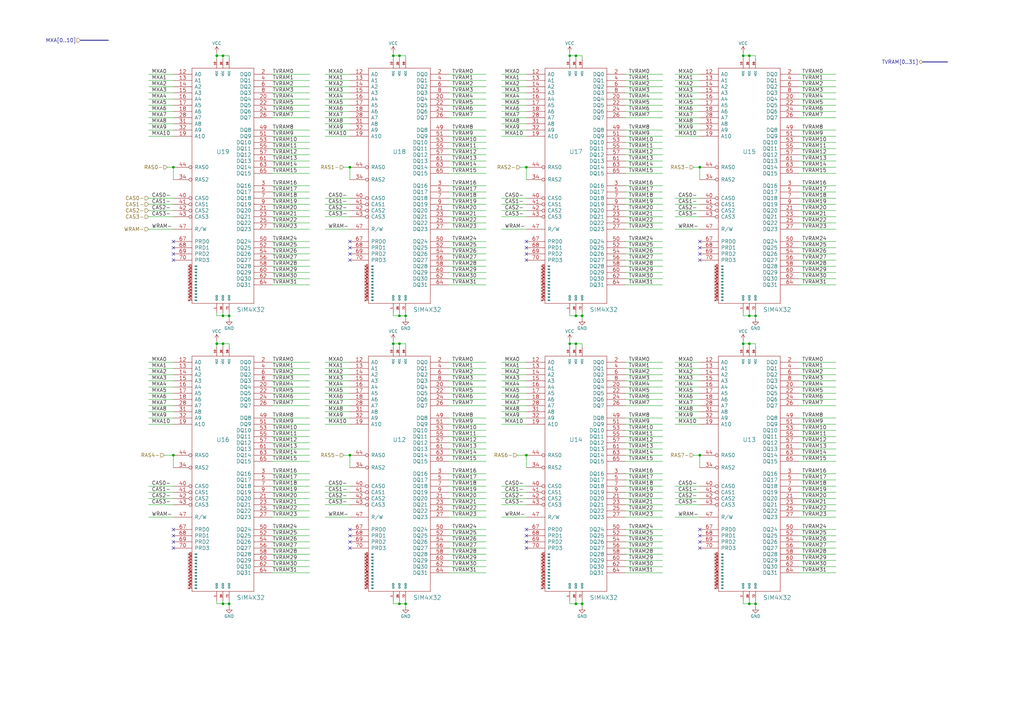
<source format=kicad_sch>
(kicad_sch (version 20250114) (generator "eeschema") (generator_version "9.0")
  (paper "A3")
  (title_block (title "Kicad EDA") (date "Sun 22 Mar 2015") (rev "2.0B") (company "Kicad EDA") (comment 1 "Rams Video"))
  (junction (at 307.34 247.65))
  (junction (at 309.88 129.54))
  (junction (at 238.76 247.65))
  (junction (at 287.02 186.69) (diameter 0.9144))
  (junction (at 309.88 247.65))
  (junction (at 307.34 22.86))
  (junction (at 215.9 68.58) (diameter 0.9144))
  (junction (at 93.98 247.65))
  (junction (at 236.22 22.86))
  (junction (at 161.29 140.97))
  (junction (at 88.9 140.97))
  (junction (at 238.76 129.54))
  (junction (at 236.22 129.54))
  (junction (at 93.98 129.54))
  (junction (at 163.83 129.54))
  (junction (at 166.37 247.65))
  (junction (at 307.34 140.97))
  (junction (at 163.83 247.65))
  (junction (at 163.83 22.86))
  (junction (at 143.51 186.69) (diameter 0.9144))
  (junction (at 166.37 129.54))
  (junction (at 304.8 140.97))
  (junction (at 236.22 247.65))
  (junction (at 91.44 129.54))
  (junction (at 91.44 140.97))
  (junction (at 307.34 129.54))
  (junction (at 71.12 186.69) (diameter 0.9144))
  (junction (at 91.44 22.86))
  (junction (at 71.12 68.58) (diameter 0.9144))
  (junction (at 233.68 140.97))
  (junction (at 215.9 186.69) (diameter 0.9144))
  (junction (at 143.51 68.58) (diameter 0.9144))
  (junction (at 163.83 140.97))
  (junction (at 287.02 68.58) (diameter 0.9144))
  (junction (at 304.8 22.86))
  (junction (at 236.22 140.97))
  (junction (at 91.44 247.65))
  (junction (at 233.68 22.86))
  (junction (at 161.29 22.86))
  (junction (at 88.9 22.86))
  (no_connect (at 215.9 222.25))
  (no_connect (at 287.02 217.17))
  (no_connect (at 71.12 222.25))
  (no_connect (at 143.51 217.17))
  (no_connect (at 143.51 106.68))
  (no_connect (at 143.51 224.79))
  (no_connect (at 71.12 106.68))
  (no_connect (at 287.02 219.71))
  (no_connect (at 215.9 224.79))
  (no_connect (at 215.9 101.6))
  (no_connect (at 215.9 104.14))
  (no_connect (at 143.51 219.71))
  (no_connect (at 287.02 104.14))
  (no_connect (at 215.9 99.06))
  (no_connect (at 287.02 101.6))
  (no_connect (at 71.12 101.6))
  (no_connect (at 71.12 99.06))
  (no_connect (at 143.51 222.25))
  (no_connect (at 71.12 219.71))
  (no_connect (at 71.12 104.14))
  (no_connect (at 215.9 219.71))
  (no_connect (at 143.51 101.6))
  (no_connect (at 215.9 106.68))
  (no_connect (at 71.12 224.79))
  (no_connect (at 287.02 106.68))
  (no_connect (at 287.02 99.06))
  (no_connect (at 143.51 99.06))
  (no_connect (at 287.02 222.25))
  (no_connect (at 215.9 217.17))
  (no_connect (at 143.51 104.14))
  (no_connect (at 287.02 224.79))
  (no_connect (at 71.12 217.17))
  (wire (pts (xy 309.88 140.97) (xy 307.34 140.97)))
  (wire (pts (xy 71.12 81.28) (xy 60.96 81.28)))
  (wire (pts (xy 238.76 22.86) (xy 236.22 22.86)))
  (wire (pts (xy 93.98 24.13) (xy 93.98 22.86)))
  (wire (pts (xy 111.76 83.82) (xy 127 83.82)))
  (wire (pts (xy 256.54 109.22) (xy 271.78 109.22)))
  (wire (pts (xy 327.66 222.25) (xy 342.9 222.25)))
  (wire (pts (xy 184.15 99.06) (xy 199.39 99.06)))
  (wire (pts (xy 184.15 176.53) (xy 199.39 176.53)))
  (wire (pts (xy 327.66 60.96) (xy 342.9 60.96)))
  (wire (pts (xy 184.15 229.87) (xy 199.39 229.87)))
  (wire (pts (xy 88.9 22.86) (xy 88.9 24.13)))
  (wire (pts (xy 327.66 217.17) (xy 342.9 217.17)))
  (wire (pts (xy 256.54 93.98) (xy 271.78 93.98)))
  (wire (pts (xy 327.66 99.06) (xy 342.9 99.06)))
  (wire (pts (xy 111.76 153.67) (xy 127 153.67)))
  (wire (pts (xy 111.76 229.87) (xy 127 229.87)))
  (wire (pts (xy 233.68 140.97) (xy 233.68 142.24)))
  (wire (pts (xy 327.66 38.1) (xy 342.9 38.1)))
  (wire (pts (xy 111.76 186.69) (xy 127 186.69)))
  (wire (pts (xy 71.12 48.26) (xy 60.96 48.26)))
  (wire (pts (xy 71.12 83.82) (xy 60.96 83.82)))
  (wire (pts (xy 215.9 33.02) (xy 205.74 33.02)))
  (wire (pts (xy 327.66 158.75) (xy 342.9 158.75)))
  (wire (pts (xy 184.15 33.02) (xy 199.39 33.02)))
  (wire (pts (xy 111.76 43.18) (xy 127 43.18)))
  (wire (pts (xy 215.9 53.34) (xy 205.74 53.34)))
  (wire (pts (xy 71.12 38.1) (xy 60.96 38.1)))
  (wire (pts (xy 71.12 212.09) (xy 60.96 212.09)))
  (wire (pts (xy 184.15 156.21) (xy 199.39 156.21)))
  (wire (pts (xy 184.15 76.2) (xy 199.39 76.2)))
  (wire (pts (xy 256.54 196.85) (xy 271.78 196.85)))
  (wire (pts (xy 71.12 163.83) (xy 60.96 163.83)))
  (wire (pts (xy 111.76 111.76) (xy 127 111.76)))
  (wire (pts (xy 166.37 130.81) (xy 166.37 129.54)))
  (wire (pts (xy 71.12 50.8) (xy 60.96 50.8)))
  (wire (pts (xy 71.12 171.45) (xy 60.96 171.45)))
  (wire (pts (xy 143.51 161.29) (xy 133.35 161.29)))
  (wire (pts (xy 111.76 53.34) (xy 127 53.34)))
  (wire (pts (xy 256.54 171.45) (xy 271.78 171.45)))
  (wire (pts (xy 161.29 22.86) (xy 161.29 24.13)))
  (wire (pts (xy 111.76 161.29) (xy 127 161.29)))
  (wire (pts (xy 111.76 171.45) (xy 127 171.45)))
  (wire (pts (xy 184.15 48.26) (xy 199.39 48.26)))
  (wire (pts (xy 256.54 227.33) (xy 271.78 227.33)))
  (wire (pts (xy 143.51 45.72) (xy 133.35 45.72)))
  (wire (pts (xy 184.15 40.64) (xy 199.39 40.64)))
  (wire (pts (xy 215.9 30.48) (xy 205.74 30.48)))
  (wire (pts (xy 184.15 101.6) (xy 199.39 101.6)))
  (wire (pts (xy 143.51 166.37) (xy 133.35 166.37)))
  (wire (pts (xy 143.51 212.09) (xy 133.35 212.09)))
  (wire (pts (xy 212.09 186.69) (xy 215.9 186.69)))
  (wire (pts (xy 287.02 163.83) (xy 276.86 163.83)))
  (wire (pts (xy 161.29 246.38) (xy 161.29 247.65)))
  (wire (pts (xy 256.54 55.88) (xy 271.78 55.88)))
  (wire (pts (xy 184.15 45.72) (xy 199.39 45.72)))
  (wire (pts (xy 215.9 166.37) (xy 205.74 166.37)))
  (wire (pts (xy 238.76 130.81) (xy 238.76 129.54)))
  (wire (pts (xy 215.9 81.28) (xy 205.74 81.28)))
  (wire (pts (xy 327.66 151.13) (xy 342.9 151.13)))
  (wire (pts (xy 71.12 33.02) (xy 60.96 33.02)))
  (wire (pts (xy 111.76 48.26) (xy 127 48.26)))
  (wire (pts (xy 68.58 68.58) (xy 71.12 68.58)))
  (wire (pts (xy 140.97 186.69) (xy 143.51 186.69)))
  (wire (pts (xy 327.66 207.01) (xy 342.9 207.01)))
  (wire (pts (xy 111.76 158.75) (xy 127 158.75)))
  (wire (pts (xy 184.15 201.93) (xy 199.39 201.93)))
  (wire (pts (xy 256.54 63.5) (xy 271.78 63.5)))
  (wire (pts (xy 215.9 88.9) (xy 205.74 88.9)))
  (wire (pts (xy 184.15 38.1) (xy 199.39 38.1)))
  (wire (pts (xy 71.12 166.37) (xy 60.96 166.37)))
  (wire (pts (xy 256.54 161.29) (xy 271.78 161.29)))
  (wire (pts (xy 184.15 88.9) (xy 199.39 88.9)))
  (wire (pts (xy 184.15 163.83) (xy 199.39 163.83)))
  (wire (pts (xy 111.76 88.9) (xy 127 88.9)))
  (bus (pts (xy 33.02 16.51) (xy 44.45 16.51)))
  (wire (pts (xy 161.29 247.65) (xy 163.83 247.65)))
  (wire (pts (xy 327.66 171.45) (xy 342.9 171.45)))
  (wire (pts (xy 327.66 93.98) (xy 342.9 93.98)))
  (wire (pts (xy 327.66 88.9) (xy 342.9 88.9)))
  (wire (pts (xy 184.15 212.09) (xy 199.39 212.09)))
  (wire (pts (xy 184.15 224.79) (xy 199.39 224.79)))
  (wire (pts (xy 111.76 204.47) (xy 127 204.47)))
  (wire (pts (xy 91.44 247.65) (xy 91.44 246.38)))
  (wire (pts (xy 163.83 140.97) (xy 163.83 142.24)))
  (wire (pts (xy 215.9 83.82) (xy 205.74 83.82)))
  (wire (pts (xy 93.98 248.92) (xy 93.98 247.65)))
  (wire (pts (xy 327.66 163.83) (xy 342.9 163.83)))
  (wire (pts (xy 256.54 176.53) (xy 271.78 176.53)))
  (wire (pts (xy 238.76 140.97) (xy 236.22 140.97)))
  (wire (pts (xy 184.15 234.95) (xy 199.39 234.95)))
  (wire (pts (xy 307.34 140.97) (xy 304.8 140.97)))
  (wire (pts (xy 163.83 247.65) (xy 163.83 246.38)))
  (wire (pts (xy 327.66 40.64) (xy 342.9 40.64)))
  (wire (pts (xy 256.54 58.42) (xy 271.78 58.42)))
  (wire (pts (xy 184.15 60.96) (xy 199.39 60.96)))
  (wire (pts (xy 184.15 58.42) (xy 199.39 58.42)))
  (wire (pts (xy 143.51 35.56) (xy 133.35 35.56)))
  (wire (pts (xy 307.34 129.54) (xy 309.88 129.54)))
  (wire (pts (xy 111.76 194.31) (xy 127 194.31)))
  (wire (pts (xy 111.76 199.39) (xy 127 199.39)))
  (wire (pts (xy 184.15 114.3) (xy 199.39 114.3)))
  (wire (pts (xy 256.54 35.56) (xy 271.78 35.56)))
  (wire (pts (xy 327.66 229.87) (xy 342.9 229.87)))
  (wire (pts (xy 256.54 53.34) (xy 271.78 53.34)))
  (wire (pts (xy 327.66 153.67) (xy 342.9 153.67)))
  (wire (pts (xy 327.66 212.09) (xy 342.9 212.09)))
  (wire (pts (xy 91.44 22.86) (xy 88.9 22.86)))
  (wire (pts (xy 71.12 86.36) (xy 60.96 86.36)))
  (wire (pts (xy 304.8 21.59) (xy 304.8 22.86)))
  (wire (pts (xy 256.54 234.95) (xy 271.78 234.95)))
  (wire (pts (xy 309.88 142.24) (xy 309.88 140.97)))
  (wire (pts (xy 327.66 43.18) (xy 342.9 43.18)))
  (wire (pts (xy 93.98 142.24) (xy 93.98 140.97)))
  (wire (pts (xy 327.66 204.47) (xy 342.9 204.47)))
  (wire (pts (xy 91.44 140.97) (xy 91.44 142.24)))
  (wire (pts (xy 215.9 50.8) (xy 205.74 50.8)))
  (wire (pts (xy 233.68 246.38) (xy 233.68 247.65)))
  (wire (pts (xy 256.54 166.37) (xy 271.78 166.37)))
  (wire (pts (xy 233.68 139.7) (xy 233.68 140.97)))
  (wire (pts (xy 111.76 93.98) (xy 127 93.98)))
  (wire (pts (xy 143.51 201.93) (xy 133.35 201.93)))
  (wire (pts (xy 236.22 129.54) (xy 236.22 128.27)))
  (wire (pts (xy 111.76 104.14) (xy 127 104.14)))
  (wire (pts (xy 287.02 199.39) (xy 276.86 199.39)))
  (wire (pts (xy 236.22 129.54) (xy 238.76 129.54)))
  (wire (pts (xy 143.51 158.75) (xy 133.35 158.75)))
  (wire (pts (xy 287.02 168.91) (xy 276.86 168.91)))
  (wire (pts (xy 287.02 212.09) (xy 276.86 212.09)))
  (wire (pts (xy 143.51 68.58) (xy 143.51 73.66)))
  (wire (pts (xy 184.15 63.5) (xy 199.39 63.5)))
  (wire (pts (xy 143.51 156.21) (xy 133.35 156.21)))
  (wire (pts (xy 111.76 224.79) (xy 127 224.79)))
  (wire (pts (xy 111.76 201.93) (xy 127 201.93)))
  (wire (pts (xy 111.76 81.28) (xy 127 81.28)))
  (wire (pts (xy 287.02 43.18) (xy 276.86 43.18)))
  (wire (pts (xy 287.02 68.58) (xy 287.02 73.66)))
  (wire (pts (xy 143.51 151.13) (xy 133.35 151.13)))
  (wire (pts (xy 163.83 22.86) (xy 163.83 24.13)))
  (wire (pts (xy 238.76 142.24) (xy 238.76 140.97)))
  (wire (pts (xy 256.54 156.21) (xy 271.78 156.21)))
  (wire (pts (xy 143.51 48.26) (xy 133.35 48.26)))
  (wire (pts (xy 184.15 199.39) (xy 199.39 199.39)))
  (wire (pts (xy 256.54 163.83) (xy 271.78 163.83)))
  (wire (pts (xy 111.76 38.1) (xy 127 38.1)))
  (wire (pts (xy 184.15 93.98) (xy 199.39 93.98)))
  (wire (pts (xy 184.15 81.28) (xy 199.39 81.28)))
  (wire (pts (xy 111.76 109.22) (xy 127 109.22)))
  (wire (pts (xy 256.54 81.28) (xy 271.78 81.28)))
  (wire (pts (xy 256.54 184.15) (xy 271.78 184.15)))
  (wire (pts (xy 327.66 111.76) (xy 342.9 111.76)))
  (wire (pts (xy 111.76 68.58) (xy 127 68.58)))
  (wire (pts (xy 88.9 246.38) (xy 88.9 247.65)))
  (wire (pts (xy 215.9 153.67) (xy 205.74 153.67)))
  (wire (pts (xy 88.9 139.7) (xy 88.9 140.97)))
  (wire (pts (xy 143.51 81.28) (xy 133.35 81.28)))
  (wire (pts (xy 71.12 151.13) (xy 60.96 151.13)))
  (wire (pts (xy 111.76 232.41) (xy 127 232.41)))
  (wire (pts (xy 93.98 130.81) (xy 93.98 129.54)))
  (wire (pts (xy 236.22 140.97) (xy 236.22 142.24)))
  (wire (pts (xy 161.29 129.54) (xy 163.83 129.54)))
  (wire (pts (xy 184.15 171.45) (xy 199.39 171.45)))
  (wire (pts (xy 184.15 166.37) (xy 199.39 166.37)))
  (wire (pts (xy 71.12 43.18) (xy 60.96 43.18)))
  (wire (pts (xy 71.12 93.98) (xy 60.96 93.98)))
  (wire (pts (xy 71.12 199.39) (xy 60.96 199.39)))
  (wire (pts (xy 309.88 130.81) (xy 309.88 129.54)))
  (wire (pts (xy 215.9 86.36) (xy 205.74 86.36)))
  (wire (pts (xy 143.51 55.88) (xy 133.35 55.88)))
  (wire (pts (xy 327.66 234.95) (xy 342.9 234.95)))
  (wire (pts (xy 215.9 171.45) (xy 205.74 171.45)))
  (wire (pts (xy 256.54 219.71) (xy 271.78 219.71)))
  (wire (pts (xy 161.29 139.7) (xy 161.29 140.97)))
  (wire (pts (xy 256.54 173.99) (xy 271.78 173.99)))
  (wire (pts (xy 184.15 35.56) (xy 199.39 35.56)))
  (wire (pts (xy 143.51 40.64) (xy 133.35 40.64)))
  (wire (pts (xy 143.51 168.91) (xy 133.35 168.91)))
  (wire (pts (xy 88.9 128.27) (xy 88.9 129.54)))
  (wire (pts (xy 184.15 219.71) (xy 199.39 219.71)))
  (wire (pts (xy 309.88 247.65) (xy 309.88 246.38)))
  (wire (pts (xy 236.22 247.65) (xy 238.76 247.65)))
  (wire (pts (xy 284.48 68.58) (xy 287.02 68.58)))
  (wire (pts (xy 236.22 22.86) (xy 236.22 24.13)))
  (wire (pts (xy 307.34 129.54) (xy 307.34 128.27)))
  (wire (pts (xy 71.12 53.34) (xy 60.96 53.34)))
  (wire (pts (xy 163.83 247.65) (xy 166.37 247.65)))
  (wire (pts (xy 71.12 156.21) (xy 60.96 156.21)))
  (wire (pts (xy 166.37 248.92) (xy 166.37 247.65)))
  (wire (pts (xy 111.76 156.21) (xy 127 156.21)))
  (wire (pts (xy 287.02 45.72) (xy 276.86 45.72)))
  (wire (pts (xy 236.22 247.65) (xy 236.22 246.38)))
  (wire (pts (xy 256.54 116.84) (xy 271.78 116.84)))
  (wire (pts (xy 111.76 151.13) (xy 127 151.13)))
  (wire (pts (xy 256.54 83.82) (xy 271.78 83.82)))
  (wire (pts (xy 215.9 173.99) (xy 205.74 173.99)))
  (wire (pts (xy 304.8 139.7) (xy 304.8 140.97)))
  (wire (pts (xy 111.76 179.07) (xy 127 179.07)))
  (wire (pts (xy 71.12 30.48) (xy 60.96 30.48)))
  (wire (pts (xy 143.51 38.1) (xy 133.35 38.1)))
  (wire (pts (xy 215.9 35.56) (xy 205.74 35.56)))
  (wire (pts (xy 327.66 66.04) (xy 342.9 66.04)))
  (wire (pts (xy 184.15 68.58) (xy 199.39 68.58)))
  (wire (pts (xy 184.15 151.13) (xy 199.39 151.13)))
  (wire (pts (xy 111.76 78.74) (xy 127 78.74)))
  (wire (pts (xy 111.76 71.12) (xy 127 71.12)))
  (wire (pts (xy 111.76 116.84) (xy 127 116.84)))
  (wire (pts (xy 233.68 247.65) (xy 236.22 247.65)))
  (bus (pts (xy 378.46 25.4) (xy 388.62 25.4)))
  (wire (pts (xy 111.76 222.25) (xy 127 222.25)))
  (wire (pts (xy 161.29 21.59) (xy 161.29 22.86)))
  (wire (pts (xy 71.12 168.91) (xy 60.96 168.91)))
  (wire (pts (xy 111.76 234.95) (xy 127 234.95)))
  (wire (pts (xy 93.98 247.65) (xy 93.98 246.38)))
  (wire (pts (xy 111.76 63.5) (xy 127 63.5)))
  (wire (pts (xy 307.34 140.97) (xy 307.34 142.24)))
  (wire (pts (xy 287.02 158.75) (xy 276.86 158.75)))
  (wire (pts (xy 213.36 68.58) (xy 215.9 68.58)))
  (wire (pts (xy 91.44 129.54) (xy 91.44 128.27)))
  (wire (pts (xy 161.29 140.97) (xy 161.29 142.24)))
  (wire (pts (xy 91.44 22.86) (xy 91.44 24.13)))
  (wire (pts (xy 287.02 186.69) (xy 287.02 191.77)))
  (wire (pts (xy 71.12 55.88) (xy 60.96 55.88)))
  (wire (pts (xy 256.54 76.2) (xy 271.78 76.2)))
  (wire (pts (xy 304.8 128.27) (xy 304.8 129.54)))
  (wire (pts (xy 307.34 247.65) (xy 307.34 246.38)))
  (wire (pts (xy 184.15 86.36) (xy 199.39 86.36)))
  (wire (pts (xy 233.68 129.54) (xy 236.22 129.54)))
  (wire (pts (xy 184.15 189.23) (xy 199.39 189.23)))
  (wire (pts (xy 215.9 201.93) (xy 205.74 201.93)))
  (wire (pts (xy 111.76 60.96) (xy 127 60.96)))
  (wire (pts (xy 256.54 179.07) (xy 271.78 179.07)))
  (wire (pts (xy 184.15 179.07) (xy 199.39 179.07)))
  (wire (pts (xy 327.66 227.33) (xy 342.9 227.33)))
  (wire (pts (xy 215.9 151.13) (xy 205.74 151.13)))
  (wire (pts (xy 256.54 151.13) (xy 271.78 151.13)))
  (wire (pts (xy 184.15 181.61) (xy 199.39 181.61)))
  (wire (pts (xy 287.02 151.13) (xy 276.86 151.13)))
  (wire (pts (xy 256.54 91.44) (xy 271.78 91.44)))
  (wire (pts (xy 184.15 194.31) (xy 199.39 194.31)))
  (wire (pts (xy 184.15 53.34) (xy 199.39 53.34)))
  (wire (pts (xy 93.98 140.97) (xy 91.44 140.97)))
  (wire (pts (xy 215.9 207.01) (xy 205.74 207.01)))
  (wire (pts (xy 111.76 91.44) (xy 127 91.44)))
  (wire (pts (xy 143.51 93.98) (xy 133.35 93.98)))
  (wire (pts (xy 327.66 189.23) (xy 342.9 189.23)))
  (wire (pts (xy 327.66 109.22) (xy 342.9 109.22)))
  (wire (pts (xy 143.51 204.47) (xy 133.35 204.47)))
  (wire (pts (xy 304.8 22.86) (xy 304.8 24.13)))
  (wire (pts (xy 111.76 207.01) (xy 127 207.01)))
  (wire (pts (xy 184.15 186.69) (xy 199.39 186.69)))
  (wire (pts (xy 256.54 99.06) (xy 271.78 99.06)))
  (wire (pts (xy 111.76 196.85) (xy 127 196.85)))
  (wire (pts (xy 256.54 199.39) (xy 271.78 199.39)))
  (wire (pts (xy 215.9 158.75) (xy 205.74 158.75)))
  (wire (pts (xy 71.12 40.64) (xy 60.96 40.64)))
  (wire (pts (xy 215.9 68.58) (xy 215.9 73.66)))
  (wire (pts (xy 256.54 158.75) (xy 271.78 158.75)))
  (wire (pts (xy 71.12 88.9) (xy 60.96 88.9)))
  (wire (pts (xy 256.54 232.41) (xy 271.78 232.41)))
  (wire (pts (xy 166.37 24.13) (xy 166.37 22.86)))
  (wire (pts (xy 256.54 101.6) (xy 271.78 101.6)))
  (wire (pts (xy 111.76 189.23) (xy 127 189.23)))
  (wire (pts (xy 143.51 30.48) (xy 133.35 30.48)))
  (wire (pts (xy 184.15 153.67) (xy 199.39 153.67)))
  (wire (pts (xy 284.48 186.69) (xy 287.02 186.69)))
  (wire (pts (xy 327.66 176.53) (xy 342.9 176.53)))
  (wire (pts (xy 143.51 50.8) (xy 133.35 50.8)))
  (wire (pts (xy 256.54 68.58) (xy 271.78 68.58)))
  (wire (pts (xy 256.54 88.9) (xy 271.78 88.9)))
  (wire (pts (xy 327.66 194.31) (xy 342.9 194.31)))
  (wire (pts (xy 256.54 71.12) (xy 271.78 71.12)))
  (wire (pts (xy 309.88 22.86) (xy 307.34 22.86)))
  (wire (pts (xy 256.54 222.25) (xy 271.78 222.25)))
  (wire (pts (xy 184.15 78.74) (xy 199.39 78.74)))
  (wire (pts (xy 166.37 140.97) (xy 163.83 140.97)))
  (wire (pts (xy 287.02 201.93) (xy 276.86 201.93)))
  (wire (pts (xy 256.54 43.18) (xy 271.78 43.18)))
  (wire (pts (xy 184.15 111.76) (xy 199.39 111.76)))
  (wire (pts (xy 256.54 153.67) (xy 271.78 153.67)))
  (wire (pts (xy 327.66 186.69) (xy 342.9 186.69)))
  (wire (pts (xy 327.66 179.07) (xy 342.9 179.07)))
  (wire (pts (xy 215.9 43.18) (xy 205.74 43.18)))
  (wire (pts (xy 88.9 21.59) (xy 88.9 22.86)))
  (wire (pts (xy 91.44 129.54) (xy 93.98 129.54)))
  (wire (pts (xy 215.9 40.64) (xy 205.74 40.64)))
  (wire (pts (xy 111.76 212.09) (xy 127 212.09)))
  (wire (pts (xy 111.76 76.2) (xy 127 76.2)))
  (wire (pts (xy 304.8 129.54) (xy 307.34 129.54)))
  (wire (pts (xy 256.54 66.04) (xy 271.78 66.04)))
  (wire (pts (xy 327.66 201.93) (xy 342.9 201.93)))
  (wire (pts (xy 71.12 201.93) (xy 60.96 201.93)))
  (wire (pts (xy 184.15 43.18) (xy 199.39 43.18)))
  (wire (pts (xy 163.83 129.54) (xy 166.37 129.54)))
  (wire (pts (xy 238.76 24.13) (xy 238.76 22.86)))
  (wire (pts (xy 71.12 148.59) (xy 60.96 148.59)))
  (wire (pts (xy 327.66 83.82) (xy 342.9 83.82)))
  (wire (pts (xy 256.54 48.26) (xy 271.78 48.26)))
  (wire (pts (xy 327.66 156.21) (xy 342.9 156.21)))
  (wire (pts (xy 215.9 45.72) (xy 205.74 45.72)))
  (wire (pts (xy 71.12 35.56) (xy 60.96 35.56)))
  (wire (pts (xy 71.12 207.01) (xy 60.96 207.01)))
  (wire (pts (xy 184.15 109.22) (xy 199.39 109.22)))
  (wire (pts (xy 143.51 88.9) (xy 133.35 88.9)))
  (wire (pts (xy 93.98 22.86) (xy 91.44 22.86)))
  (wire (pts (xy 184.15 55.88) (xy 199.39 55.88)))
  (wire (pts (xy 111.76 181.61) (xy 127 181.61)))
  (wire (pts (xy 143.51 33.02) (xy 133.35 33.02)))
  (wire (pts (xy 184.15 91.44) (xy 199.39 91.44)))
  (wire (pts (xy 215.9 168.91) (xy 205.74 168.91)))
  (wire (pts (xy 287.02 50.8) (xy 276.86 50.8)))
  (wire (pts (xy 327.66 101.6) (xy 342.9 101.6)))
  (wire (pts (xy 327.66 58.42) (xy 342.9 58.42)))
  (wire (pts (xy 307.34 22.86) (xy 307.34 24.13)))
  (wire (pts (xy 256.54 45.72) (xy 271.78 45.72)))
  (wire (pts (xy 93.98 129.54) (xy 93.98 128.27)))
  (wire (pts (xy 287.02 48.26) (xy 276.86 48.26)))
  (wire (pts (xy 287.02 153.67) (xy 276.86 153.67)))
  (wire (pts (xy 111.76 163.83) (xy 127 163.83)))
  (wire (pts (xy 287.02 148.59) (xy 276.86 148.59)))
  (wire (pts (xy 215.9 156.21) (xy 205.74 156.21)))
  (wire (pts (xy 184.15 116.84) (xy 199.39 116.84)))
  (wire (pts (xy 143.51 207.01) (xy 133.35 207.01)))
  (wire (pts (xy 327.66 81.28) (xy 342.9 81.28)))
  (wire (pts (xy 143.51 148.59) (xy 133.35 148.59)))
  (wire (pts (xy 166.37 129.54) (xy 166.37 128.27)))
  (wire (pts (xy 256.54 201.93) (xy 271.78 201.93)))
  (wire (pts (xy 287.02 171.45) (xy 276.86 171.45)))
  (wire (pts (xy 111.76 184.15) (xy 127 184.15)))
  (wire (pts (xy 309.88 248.92) (xy 309.88 247.65)))
  (wire (pts (xy 215.9 204.47) (xy 205.74 204.47)))
  (wire (pts (xy 163.83 140.97) (xy 161.29 140.97)))
  (wire (pts (xy 307.34 247.65) (xy 309.88 247.65)))
  (wire (pts (xy 327.66 181.61) (xy 342.9 181.61)))
  (wire (pts (xy 184.15 232.41) (xy 199.39 232.41)))
  (wire (pts (xy 256.54 186.69) (xy 271.78 186.69)))
  (wire (pts (xy 111.76 106.68) (xy 127 106.68)))
  (wire (pts (xy 327.66 68.58) (xy 342.9 68.58)))
  (wire (pts (xy 256.54 38.1) (xy 271.78 38.1)))
  (wire (pts (xy 184.15 83.82) (xy 199.39 83.82)))
  (wire (pts (xy 215.9 199.39) (xy 205.74 199.39)))
  (wire (pts (xy 215.9 186.69) (xy 215.9 191.77)))
  (wire (pts (xy 184.15 209.55) (xy 199.39 209.55)))
  (wire (pts (xy 184.15 173.99) (xy 199.39 173.99)))
  (wire (pts (xy 184.15 207.01) (xy 199.39 207.01)))
  (wire (pts (xy 256.54 111.76) (xy 271.78 111.76)))
  (wire (pts (xy 111.76 217.17) (xy 127 217.17)))
  (wire (pts (xy 327.66 161.29) (xy 342.9 161.29)))
  (wire (pts (xy 71.12 158.75) (xy 60.96 158.75)))
  (wire (pts (xy 327.66 48.26) (xy 342.9 48.26)))
  (wire (pts (xy 327.66 166.37) (xy 342.9 166.37)))
  (wire (pts (xy 327.66 199.39) (xy 342.9 199.39)))
  (wire (pts (xy 327.66 148.59) (xy 342.9 148.59)))
  (wire (pts (xy 287.02 207.01) (xy 276.86 207.01)))
  (wire (pts (xy 163.83 22.86) (xy 161.29 22.86)))
  (wire (pts (xy 287.02 204.47) (xy 276.86 204.47)))
  (wire (pts (xy 184.15 161.29) (xy 199.39 161.29)))
  (wire (pts (xy 143.51 163.83) (xy 133.35 163.83)))
  (wire (pts (xy 88.9 247.65) (xy 91.44 247.65)))
  (wire (pts (xy 327.66 71.12) (xy 342.9 71.12)))
  (wire (pts (xy 184.15 71.12) (xy 199.39 71.12)))
  (wire (pts (xy 327.66 45.72) (xy 342.9 45.72)))
  (wire (pts (xy 327.66 91.44) (xy 342.9 91.44)))
  (wire (pts (xy 256.54 224.79) (xy 271.78 224.79)))
  (wire (pts (xy 256.54 78.74) (xy 271.78 78.74)))
  (wire (pts (xy 238.76 248.92) (xy 238.76 247.65)))
  (wire (pts (xy 143.51 86.36) (xy 133.35 86.36)))
  (wire (pts (xy 163.83 129.54) (xy 163.83 128.27)))
  (wire (pts (xy 166.37 142.24) (xy 166.37 140.97)))
  (wire (pts (xy 111.76 209.55) (xy 127 209.55)))
  (wire (pts (xy 327.66 116.84) (xy 342.9 116.84)))
  (wire (pts (xy 287.02 83.82) (xy 276.86 83.82)))
  (wire (pts (xy 256.54 181.61) (xy 271.78 181.61)))
  (wire (pts (xy 287.02 156.21) (xy 276.86 156.21)))
  (wire (pts (xy 327.66 106.68) (xy 342.9 106.68)))
  (wire (pts (xy 256.54 60.96) (xy 271.78 60.96)))
  (wire (pts (xy 256.54 189.23) (xy 271.78 189.23)))
  (wire (pts (xy 304.8 246.38) (xy 304.8 247.65)))
  (wire (pts (xy 88.9 129.54) (xy 91.44 129.54)))
  (wire (pts (xy 184.15 196.85) (xy 199.39 196.85)))
  (wire (pts (xy 238.76 247.65) (xy 238.76 246.38)))
  (wire (pts (xy 256.54 104.14) (xy 271.78 104.14)))
  (wire (pts (xy 256.54 212.09) (xy 271.78 212.09)))
  (wire (pts (xy 287.02 35.56) (xy 276.86 35.56)))
  (wire (pts (xy 256.54 106.68) (xy 271.78 106.68)))
  (wire (pts (xy 327.66 184.15) (xy 342.9 184.15)))
  (wire (pts (xy 184.15 106.68) (xy 199.39 106.68)))
  (wire (pts (xy 327.66 232.41) (xy 342.9 232.41)))
  (wire (pts (xy 71.12 204.47) (xy 60.96 204.47)))
  (wire (pts (xy 215.9 161.29) (xy 205.74 161.29)))
  (wire (pts (xy 71.12 173.99) (xy 60.96 173.99)))
  (wire (pts (xy 143.51 43.18) (xy 133.35 43.18)))
  (wire (pts (xy 287.02 40.64) (xy 276.86 40.64)))
  (wire (pts (xy 71.12 186.69) (xy 71.12 191.77)))
  (wire (pts (xy 184.15 184.15) (xy 199.39 184.15)))
  (wire (pts (xy 111.76 99.06) (xy 127 99.06)))
  (wire (pts (xy 309.88 24.13) (xy 309.88 22.86)))
  (wire (pts (xy 143.51 186.69) (xy 143.51 191.77)))
  (wire (pts (xy 184.15 104.14) (xy 199.39 104.14)))
  (wire (pts (xy 215.9 148.59) (xy 205.74 148.59)))
  (wire (pts (xy 111.76 101.6) (xy 127 101.6)))
  (wire (pts (xy 143.51 83.82) (xy 133.35 83.82)))
  (wire (pts (xy 256.54 217.17) (xy 271.78 217.17)))
  (wire (pts (xy 111.76 166.37) (xy 127 166.37)))
  (wire (pts (xy 327.66 219.71) (xy 342.9 219.71)))
  (wire (pts (xy 287.02 166.37) (xy 276.86 166.37)))
  (wire (pts (xy 111.76 86.36) (xy 127 86.36)))
  (wire (pts (xy 238.76 129.54) (xy 238.76 128.27)))
  (wire (pts (xy 71.12 45.72) (xy 60.96 45.72)))
  (wire (pts (xy 143.51 173.99) (xy 133.35 173.99)))
  (wire (pts (xy 184.15 66.04) (xy 199.39 66.04)))
  (wire (pts (xy 71.12 161.29) (xy 60.96 161.29)))
  (wire (pts (xy 327.66 76.2) (xy 342.9 76.2)))
  (wire (pts (xy 111.76 176.53) (xy 127 176.53)))
  (wire (pts (xy 287.02 30.48) (xy 276.86 30.48)))
  (wire (pts (xy 215.9 48.26) (xy 205.74 48.26)))
  (wire (pts (xy 327.66 104.14) (xy 342.9 104.14)))
  (wire (pts (xy 327.66 53.34) (xy 342.9 53.34)))
  (wire (pts (xy 287.02 88.9) (xy 276.86 88.9)))
  (wire (pts (xy 327.66 55.88) (xy 342.9 55.88)))
  (wire (pts (xy 287.02 86.36) (xy 276.86 86.36)))
  (wire (pts (xy 287.02 53.34) (xy 276.86 53.34)))
  (wire (pts (xy 184.15 30.48) (xy 199.39 30.48)))
  (wire (pts (xy 236.22 140.97) (xy 233.68 140.97)))
  (wire (pts (xy 111.76 148.59) (xy 127 148.59)))
  (wire (pts (xy 304.8 247.65) (xy 307.34 247.65)))
  (wire (pts (xy 287.02 161.29) (xy 276.86 161.29)))
  (wire (pts (xy 143.51 171.45) (xy 133.35 171.45)))
  (wire (pts (xy 304.8 140.97) (xy 304.8 142.24)))
  (wire (pts (xy 111.76 114.3) (xy 127 114.3)))
  (wire (pts (xy 143.51 153.67) (xy 133.35 153.67)))
  (wire (pts (xy 184.15 217.17) (xy 199.39 217.17)))
  (wire (pts (xy 256.54 207.01) (xy 271.78 207.01)))
  (wire (pts (xy 256.54 33.02) (xy 271.78 33.02)))
  (wire (pts (xy 327.66 196.85) (xy 342.9 196.85)))
  (wire (pts (xy 327.66 209.55) (xy 342.9 209.55)))
  (wire (pts (xy 91.44 247.65) (xy 93.98 247.65)))
  (wire (pts (xy 111.76 40.64) (xy 127 40.64)))
  (wire (pts (xy 287.02 173.99) (xy 276.86 173.99)))
  (wire (pts (xy 111.76 219.71) (xy 127 219.71)))
  (wire (pts (xy 215.9 38.1) (xy 205.74 38.1)))
  (wire (pts (xy 184.15 222.25) (xy 199.39 222.25)))
  (wire (pts (xy 327.66 173.99) (xy 342.9 173.99)))
  (wire (pts (xy 327.66 35.56) (xy 342.9 35.56)))
  (wire (pts (xy 161.29 128.27) (xy 161.29 129.54)))
  (wire (pts (xy 111.76 35.56) (xy 127 35.56)))
  (wire (pts (xy 215.9 212.09) (xy 205.74 212.09)))
  (wire (pts (xy 236.22 22.86) (xy 233.68 22.86)))
  (wire (pts (xy 287.02 33.02) (xy 276.86 33.02)))
  (wire (pts (xy 256.54 194.31) (xy 271.78 194.31)))
  (wire (pts (xy 256.54 229.87) (xy 271.78 229.87)))
  (wire (pts (xy 309.88 129.54) (xy 309.88 128.27)))
  (wire (pts (xy 184.15 148.59) (xy 199.39 148.59)))
  (wire (pts (xy 256.54 30.48) (xy 271.78 30.48)))
  (wire (pts (xy 143.51 53.34) (xy 133.35 53.34)))
  (wire (pts (xy 71.12 153.67) (xy 60.96 153.67)))
  (wire (pts (xy 287.02 81.28) (xy 276.86 81.28)))
  (wire (pts (xy 233.68 128.27) (xy 233.68 129.54)))
  (wire (pts (xy 71.12 68.58) (xy 71.12 73.66)))
  (wire (pts (xy 166.37 247.65) (xy 166.37 246.38)))
  (wire (pts (xy 88.9 140.97) (xy 88.9 142.24)))
  (wire (pts (xy 327.66 63.5) (xy 342.9 63.5)))
  (wire (pts (xy 256.54 40.64) (xy 271.78 40.64)))
  (wire (pts (xy 256.54 114.3) (xy 271.78 114.3)))
  (wire (pts (xy 143.51 199.39) (xy 133.35 199.39)))
  (wire (pts (xy 327.66 33.02) (xy 342.9 33.02)))
  (wire (pts (xy 91.44 140.97) (xy 88.9 140.97)))
  (wire (pts (xy 111.76 55.88) (xy 127 55.88)))
  (wire (pts (xy 327.66 224.79) (xy 342.9 224.79)))
  (wire (pts (xy 111.76 173.99) (xy 127 173.99)))
  (wire (pts (xy 111.76 33.02) (xy 127 33.02)))
  (wire (pts (xy 166.37 22.86) (xy 163.83 22.86)))
  (wire (pts (xy 233.68 22.86) (xy 233.68 24.13)))
  (wire (pts (xy 287.02 55.88) (xy 276.86 55.88)))
  (wire (pts (xy 307.34 22.86) (xy 304.8 22.86)))
  (wire (pts (xy 256.54 86.36) (xy 271.78 86.36)))
  (wire (pts (xy 256.54 209.55) (xy 271.78 209.55)))
  (wire (pts (xy 140.97 68.58) (xy 143.51 68.58)))
  (wire (pts (xy 233.68 21.59) (xy 233.68 22.86)))
  (wire (pts (xy 184.15 227.33) (xy 199.39 227.33)))
  (wire (pts (xy 184.15 204.47) (xy 199.39 204.47)))
  (wire (pts (xy 256.54 148.59) (xy 271.78 148.59)))
  (wire (pts (xy 111.76 227.33) (xy 127 227.33)))
  (wire (pts (xy 215.9 163.83) (xy 205.74 163.83)))
  (wire (pts (xy 215.9 55.88) (xy 205.74 55.88)))
  (wire (pts (xy 111.76 30.48) (xy 127 30.48)))
  (wire (pts (xy 184.15 158.75) (xy 199.39 158.75)))
  (wire (pts (xy 111.76 58.42) (xy 127 58.42)))
  (wire (pts (xy 327.66 86.36) (xy 342.9 86.36)))
  (wire (pts (xy 287.02 93.98) (xy 276.86 93.98)))
  (wire (pts (xy 327.66 78.74) (xy 342.9 78.74)))
  (wire (pts (xy 111.76 66.04) (xy 127 66.04)))
  (wire (pts (xy 327.66 30.48) (xy 342.9 30.48)))
  (wire (pts (xy 67.31 186.69) (xy 71.12 186.69)))
  (wire (pts (xy 215.9 93.98) (xy 205.74 93.98)))
  (wire (pts (xy 287.02 38.1) (xy 276.86 38.1)))
  (wire (pts (xy 256.54 204.47) (xy 271.78 204.47)))
  (wire (pts (xy 327.66 114.3) (xy 342.9 114.3)))
  (wire (pts (xy 111.76 45.72) (xy 127 45.72)))
  (label "TVRAM1" (at 111.76 33.02 0) (effects (font (size 1.524 1.524))))
  (label "TVRAM11" (at 185.42 179.07 0) (effects (font (size 1.524 1.524))))
  (label "TVRAM21" (at 328.93 88.9 0) (effects (font (size 1.524 1.524))))
  (label "MXA8" (at 207.01 50.8 0) (effects (font (size 1.524 1.524))))
  (label "TVRAM29" (at 185.42 111.76 0) (effects (font (size 1.524 1.524))))
  (label "MXA8" (at 62.23 50.8 0) (effects (font (size 1.524 1.524))))
  (label "TVRAM16" (at 257.81 194.31 0) (effects (font (size 1.524 1.524))))
  (label "TVRAM23" (at 111.76 212.09 0) (effects (font (size 1.524 1.524))))
  (label "TVRAM0" (at 111.76 30.48 0) (effects (font (size 1.524 1.524))))
  (label "MXA3" (at 62.23 156.21 0) (effects (font (size 1.524 1.524))))
  (label "TVRAM10" (at 328.93 58.42 0) (effects (font (size 1.524 1.524))))
  (label "MXA4" (at 278.13 40.64 0) (effects (font (size 1.524 1.524))))
  (label "TVRAM25" (at 111.76 101.6 0) (effects (font (size 1.524 1.524))))
  (label "TVRAM4" (at 328.93 40.64 0) (effects (font (size 1.524 1.524))))
  (label "CAS1-" (at 62.23 83.82 0) (effects (font (size 1.524 1.524))))
  (label "TVRAM6" (at 185.42 163.83 0) (effects (font (size 1.524 1.524))))
  (label "TVRAM27" (at 111.76 106.68 0) (effects (font (size 1.524 1.524))))
  (label "TVRAM8" (at 111.76 171.45 0) (effects (font (size 1.524 1.524))))
  (label "MXA10" (at 62.23 173.99 0) (effects (font (size 1.524 1.524))))
  (label "MXA5" (at 207.01 161.29 0) (effects (font (size 1.524 1.524))))
  (label "WRAM-" (at 278.13 93.98 0) (effects (font (size 1.524 1.524))))
  (label "TVRAM10" (at 111.76 58.42 0) (effects (font (size 1.524 1.524))))
  (label "TVRAM6" (at 328.93 45.72 0) (effects (font (size 1.524 1.524))))
  (label "TVRAM29" (at 257.81 229.87 0) (effects (font (size 1.524 1.524))))
  (label "TVRAM9" (at 185.42 55.88 0) (effects (font (size 1.524 1.524))))
  (label "TVRAM17" (at 111.76 196.85 0) (effects (font (size 1.524 1.524))))
  (label "MXA3" (at 207.01 156.21 0) (effects (font (size 1.524 1.524))))
  (label "CAS3-" (at 62.23 207.01 0) (effects (font (size 1.524 1.524))))
  (label "TVRAM22" (at 111.76 91.44 0) (effects (font (size 1.524 1.524))))
  (label "TVRAM29" (at 111.76 111.76 0) (effects (font (size 1.524 1.524))))
  (label "TVRAM13" (at 185.42 66.04 0) (effects (font (size 1.524 1.524))))
  (label "CAS2-" (at 207.01 204.47 0) (effects (font (size 1.524 1.524))))
  (label "TVRAM11" (at 328.93 60.96 0) (effects (font (size 1.524 1.524))))
  (label "MXA2" (at 207.01 35.56 0) (effects (font (size 1.524 1.524))))
  (label "MXA6" (at 134.62 163.83 0) (effects (font (size 1.524 1.524))))
  (label "TVRAM24" (at 257.81 217.17 0) (effects (font (size 1.524 1.524))))
  (label "CAS2-" (at 134.62 86.36 0) (effects (font (size 1.524 1.524))))
  (label "TVRAM28" (at 111.76 227.33 0) (effects (font (size 1.524 1.524))))
  (label "TVRAM0" (at 111.76 148.59 0) (effects (font (size 1.524 1.524))))
  (label "TVRAM7" (at 111.76 48.26 0) (effects (font (size 1.524 1.524))))
  (label "TVRAM11" (at 111.76 179.07 0) (effects (font (size 1.524 1.524))))
  (label "TVRAM7" (at 328.93 48.26 0) (effects (font (size 1.524 1.524))))
  (label "MXA4" (at 134.62 40.64 0) (effects (font (size 1.524 1.524))))
  (label "TVRAM27" (at 257.81 224.79 0) (effects (font (size 1.524 1.524))))
  (label "TVRAM9" (at 185.42 173.99 0) (effects (font (size 1.524 1.524))))
  (label "TVRAM28" (at 257.81 109.22 0) (effects (font (size 1.524 1.524))))
  (label "MXA7" (at 278.13 48.26 0) (effects (font (size 1.524 1.524))))
  (label "TVRAM13" (at 257.81 184.15 0) (effects (font (size 1.524 1.524))))
  (label "MXA5" (at 278.13 43.18 0) (effects (font (size 1.524 1.524))))
  (label "TVRAM30" (at 111.76 114.3 0) (effects (font (size 1.524 1.524))))
  (label "CAS0-" (at 62.23 81.28 0) (effects (font (size 1.524 1.524))))
  (label "TVRAM3" (at 257.81 38.1 0) (effects (font (size 1.524 1.524))))
  (label "MXA9" (at 62.23 171.45 0) (effects (font (size 1.524 1.524))))
  (label "TVRAM30" (at 328.93 114.3 0) (effects (font (size 1.524 1.524))))
  (label "TVRAM4" (at 185.42 40.64 0) (effects (font (size 1.524 1.524))))
  (label "TVRAM24" (at 111.76 217.17 0) (effects (font (size 1.524 1.524))))
  (label "WRAM-" (at 134.62 212.09 0) (effects (font (size 1.524 1.524))))
  (label "TVRAM19" (at 185.42 201.93 0) (effects (font (size 1.524 1.524))))
  (label "TVRAM19" (at 328.93 201.93 0) (effects (font (size 1.524 1.524))))
  (label "TVRAM0" (at 185.42 30.48 0) (effects (font (size 1.524 1.524))))
  (label "TVRAM22" (at 257.81 209.55 0) (effects (font (size 1.524 1.524))))
  (label "TVRAM3" (at 111.76 38.1 0) (effects (font (size 1.524 1.524))))
  (label "MXA7" (at 207.01 48.26 0) (effects (font (size 1.524 1.524))))
  (label "TVRAM17" (at 257.81 196.85 0) (effects (font (size 1.524 1.524))))
  (label "CAS2-" (at 207.01 86.36 0) (effects (font (size 1.524 1.524))))
  (label "TVRAM3" (at 111.76 156.21 0) (effects (font (size 1.524 1.524))))
  (label "MXA7" (at 134.62 48.26 0) (effects (font (size 1.524 1.524))))
  (label "TVRAM17" (at 185.42 78.74 0) (effects (font (size 1.524 1.524))))
  (label "MXA10" (at 62.23 55.88 0) (effects (font (size 1.524 1.524))))
  (label "TVRAM14" (at 328.93 68.58 0) (effects (font (size 1.524 1.524))))
  (label "TVRAM20" (at 328.93 86.36 0) (effects (font (size 1.524 1.524))))
  (label "TVRAM9" (at 111.76 55.88 0) (effects (font (size 1.524 1.524))))
  (label "TVRAM4" (at 111.76 40.64 0) (effects (font (size 1.524 1.524))))
  (label "TVRAM22" (at 328.93 91.44 0) (effects (font (size 1.524 1.524))))
  (label "TVRAM26" (at 328.93 222.25 0) (effects (font (size 1.524 1.524))))
  (label "TVRAM8" (at 185.42 171.45 0) (effects (font (size 1.524 1.524))))
  (label "MXA6" (at 62.23 45.72 0) (effects (font (size 1.524 1.524))))
  (label "TVRAM7" (at 257.81 166.37 0) (effects (font (size 1.524 1.524))))
  (label "TVRAM9" (at 328.93 55.88 0) (effects (font (size 1.524 1.524))))
  (label "TVRAM21" (at 257.81 88.9 0) (effects (font (size 1.524 1.524))))
  (label "MXA8" (at 278.13 50.8 0) (effects (font (size 1.524 1.524))))
  (label "TVRAM3" (at 328.93 38.1 0) (effects (font (size 1.524 1.524))))
  (label "MXA10" (at 134.62 55.88 0) (effects (font (size 1.524 1.524))))
  (label "MXA1" (at 278.13 33.02 0) (effects (font (size 1.524 1.524))))
  (label "TVRAM18" (at 257.81 81.28 0) (effects (font (size 1.524 1.524))))
  (label "TVRAM27" (at 111.76 224.79 0) (effects (font (size 1.524 1.524))))
  (label "TVRAM26" (at 328.93 104.14 0) (effects (font (size 1.524 1.524))))
  (label "TVRAM11" (at 257.81 179.07 0) (effects (font (size 1.524 1.524))))
  (label "TVRAM7" (at 185.42 166.37 0) (effects (font (size 1.524 1.524))))
  (label "TVRAM17" (at 328.93 196.85 0) (effects (font (size 1.524 1.524))))
  (label "TVRAM30" (at 185.42 114.3 0) (effects (font (size 1.524 1.524))))
  (label "TVRAM6" (at 111.76 163.83 0) (effects (font (size 1.524 1.524))))
  (label "TVRAM8" (at 328.93 53.34 0) (effects (font (size 1.524 1.524))))
  (label "TVRAM28" (at 328.93 109.22 0) (effects (font (size 1.524 1.524))))
  (label "TVRAM19" (at 185.42 83.82 0) (effects (font (size 1.524 1.524))))
  (label "TVRAM0" (at 328.93 148.59 0) (effects (font (size 1.524 1.524))))
  (label "TVRAM15" (at 257.81 189.23 0) (effects (font (size 1.524 1.524))))
  (label "TVRAM3" (at 185.42 156.21 0) (effects (font (size 1.524 1.524))))
  (label "MXA6" (at 207.01 163.83 0) (effects (font (size 1.524 1.524))))
  (label "TVRAM1" (at 185.42 151.13 0) (effects (font (size 1.524 1.524))))
  (label "TVRAM22" (at 111.76 209.55 0) (effects (font (size 1.524 1.524))))
  (label "MXA6" (at 134.62 45.72 0) (effects (font (size 1.524 1.524))))
  (label "TVRAM16" (at 328.93 76.2 0) (effects (font (size 1.524 1.524))))
  (label "TVRAM15" (at 328.93 189.23 0) (effects (font (size 1.524 1.524))))
  (label "TVRAM17" (at 257.81 78.74 0) (effects (font (size 1.524 1.524))))
  (label "TVRAM5" (at 111.76 43.18 0) (effects (font (size 1.524 1.524))))
  (label "CAS1-" (at 278.13 201.93 0) (effects (font (size 1.524 1.524))))
  (label "TVRAM6" (at 328.93 163.83 0) (effects (font (size 1.524 1.524))))
  (label "TVRAM7" (at 111.76 166.37 0) (effects (font (size 1.524 1.524))))
  (label "TVRAM18" (at 111.76 81.28 0) (effects (font (size 1.524 1.524))))
  (label "TVRAM14" (at 111.76 68.58 0) (effects (font (size 1.524 1.524))))
  (label "TVRAM19" (at 257.81 201.93 0) (effects (font (size 1.524 1.524))))
  (label "CAS1-" (at 134.62 83.82 0) (effects (font (size 1.524 1.524))))
  (label "TVRAM23" (at 185.42 93.98 0) (effects (font (size 1.524 1.524))))
  (label "MXA7" (at 207.01 166.37 0) (effects (font (size 1.524 1.524))))
  (label "TVRAM26" (at 185.42 104.14 0) (effects (font (size 1.524 1.524))))
  (label "MXA7" (at 134.62 166.37 0) (effects (font (size 1.524 1.524))))
  (label "MXA8" (at 278.13 168.91 0) (effects (font (size 1.524 1.524))))
  (label "CAS0-" (at 278.13 81.28 0) (effects (font (size 1.524 1.524))))
  (label "TVRAM31" (at 257.81 234.95 0) (effects (font (size 1.524 1.524))))
  (label "MXA9" (at 278.13 171.45 0) (effects (font (size 1.524 1.524))))
  (label "TVRAM0" (at 185.42 148.59 0) (effects (font (size 1.524 1.524))))
  (label "CAS3-" (at 62.23 88.9 0) (effects (font (size 1.524 1.524))))
  (label "TVRAM15" (at 328.93 71.12 0) (effects (font (size 1.524 1.524))))
  (label "TVRAM22" (at 257.81 91.44 0) (effects (font (size 1.524 1.524))))
  (label "TVRAM23" (at 328.93 212.09 0) (effects (font (size 1.524 1.524))))
  (label "TVRAM31" (at 185.42 234.95 0) (effects (font (size 1.524 1.524))))
  (label "TVRAM16" (at 111.76 194.31 0) (effects (font (size 1.524 1.524))))
  (label "CAS1-" (at 134.62 201.93 0) (effects (font (size 1.524 1.524))))
  (label "TVRAM18" (at 328.93 81.28 0) (effects (font (size 1.524 1.524))))
  (label "TVRAM18" (at 185.42 199.39 0) (effects (font (size 1.524 1.524))))
  (label "TVRAM4" (at 257.81 40.64 0) (effects (font (size 1.524 1.524))))
  (label "TVRAM13" (at 185.42 184.15 0) (effects (font (size 1.524 1.524))))
  (label "TVRAM1" (at 185.42 33.02 0) (effects (font (size 1.524 1.524))))
  (label "TVRAM22" (at 185.42 91.44 0) (effects (font (size 1.524 1.524))))
  (label "TVRAM16" (at 185.42 194.31 0) (effects (font (size 1.524 1.524))))
  (label "MXA0" (at 278.13 148.59 0) (effects (font (size 1.524 1.524))))
  (label "TVRAM14" (at 257.81 68.58 0) (effects (font (size 1.524 1.524))))
  (label "MXA0" (at 207.01 30.48 0) (effects (font (size 1.524 1.524))))
  (label "MXA9" (at 134.62 53.34 0) (effects (font (size 1.524 1.524))))
  (label "TVRAM27" (at 185.42 224.79 0) (effects (font (size 1.524 1.524))))
  (label "TVRAM13" (at 257.81 66.04 0) (effects (font (size 1.524 1.524))))
  (label "WRAM-" (at 207.01 212.09 0) (effects (font (size 1.524 1.524))))
  (label "TVRAM18" (at 111.76 199.39 0) (effects (font (size 1.524 1.524))))
  (label "TVRAM28" (at 185.42 109.22 0) (effects (font (size 1.524 1.524))))
  (label "TVRAM22" (at 185.42 209.55 0) (effects (font (size 1.524 1.524))))
  (label "TVRAM26" (at 111.76 222.25 0) (effects (font (size 1.524 1.524))))
  (label "TVRAM21" (at 111.76 207.01 0) (effects (font (size 1.524 1.524))))
  (label "MXA1" (at 134.62 151.13 0) (effects (font (size 1.524 1.524))))
  (label "WRAM-" (at 278.13 212.09 0) (effects (font (size 1.524 1.524))))
  (label "CAS0-" (at 62.23 199.39 0) (effects (font (size 1.524 1.524))))
  (label "TVRAM26" (at 257.81 104.14 0) (effects (font (size 1.524 1.524))))
  (label "CAS1-" (at 207.01 83.82 0) (effects (font (size 1.524 1.524))))
  (label "TVRAM6" (at 111.76 45.72 0) (effects (font (size 1.524 1.524))))
  (label "MXA5" (at 62.23 161.29 0) (effects (font (size 1.524 1.524))))
  (label "MXA4" (at 207.01 40.64 0) (effects (font (size 1.524 1.524))))
  (label "TVRAM27" (at 185.42 106.68 0) (effects (font (size 1.524 1.524))))
  (label "TVRAM2" (at 328.93 35.56 0) (effects (font (size 1.524 1.524))))
  (label "TVRAM25" (at 257.81 101.6 0) (effects (font (size 1.524 1.524))))
  (label "TVRAM7" (at 185.42 48.26 0) (effects (font (size 1.524 1.524))))
  (label "MXA0" (at 134.62 148.59 0) (effects (font (size 1.524 1.524))))
  (label "TVRAM21" (at 111.76 88.9 0) (effects (font (size 1.524 1.524))))
  (label "MXA0" (at 207.01 148.59 0) (effects (font (size 1.524 1.524))))
  (label "TVRAM9" (at 111.76 173.99 0) (effects (font (size 1.524 1.524))))
  (label "TVRAM16" (at 257.81 76.2 0) (effects (font (size 1.524 1.524))))
  (label "TVRAM15" (at 185.42 189.23 0) (effects (font (size 1.524 1.524))))
  (label "TVRAM30" (at 257.81 114.3 0) (effects (font (size 1.524 1.524))))
  (label "MXA5" (at 62.23 43.18 0) (effects (font (size 1.524 1.524))))
  (label "MXA2" (at 62.23 35.56 0) (effects (font (size 1.524 1.524))))
  (label "TVRAM24" (at 257.81 99.06 0) (effects (font (size 1.524 1.524))))
  (label "CAS3-" (at 134.62 207.01 0) (effects (font (size 1.524 1.524))))
  (label "TVRAM25" (at 185.42 219.71 0) (effects (font (size 1.524 1.524))))
  (label "TVRAM9" (at 257.81 55.88 0) (effects (font (size 1.524 1.524))))
  (label "MXA10" (at 207.01 173.99 0) (effects (font (size 1.524 1.524))))
  (label "TVRAM13" (at 328.93 66.04 0) (effects (font (size 1.524 1.524))))
  (label "TVRAM9" (at 328.93 173.99 0) (effects (font (size 1.524 1.524))))
  (label "TVRAM5" (at 328.93 161.29 0) (effects (font (size 1.524 1.524))))
  (label "TVRAM22" (at 328.93 209.55 0) (effects (font (size 1.524 1.524))))
  (label "CAS0-" (at 134.62 199.39 0) (effects (font (size 1.524 1.524))))
  (label "TVRAM11" (at 185.42 60.96 0) (effects (font (size 1.524 1.524))))
  (label "MXA6" (at 278.13 163.83 0) (effects (font (size 1.524 1.524))))
  (label "MXA3" (at 278.13 38.1 0) (effects (font (size 1.524 1.524))))
  (label "TVRAM30" (at 328.93 232.41 0) (effects (font (size 1.524 1.524))))
  (label "TVRAM25" (at 257.81 219.71 0) (effects (font (size 1.524 1.524))))
  (label "TVRAM27" (at 257.81 106.68 0) (effects (font (size 1.524 1.524))))
  (label "TVRAM16" (at 185.42 76.2 0) (effects (font (size 1.524 1.524))))
  (label "TVRAM4" (at 257.81 158.75 0) (effects (font (size 1.524 1.524))))
  (label "MXA2" (at 134.62 153.67 0) (effects (font (size 1.524 1.524))))
  (label "TVRAM7" (at 328.93 166.37 0) (effects (font (size 1.524 1.524))))
  (label "TVRAM12" (at 111.76 63.5 0) (effects (font (size 1.524 1.524))))
  (label "MXA9" (at 207.01 171.45 0) (effects (font (size 1.524 1.524))))
  (label "TVRAM2" (at 185.42 35.56 0) (effects (font (size 1.524 1.524))))
  (label "TVRAM14" (at 185.42 186.69 0) (effects (font (size 1.524 1.524))))
  (label "CAS2-" (at 62.23 204.47 0) (effects (font (size 1.524 1.524))))
  (label "TVRAM19" (at 328.93 83.82 0) (effects (font (size 1.524 1.524))))
  (label "MXA0" (at 134.62 30.48 0) (effects (font (size 1.524 1.524))))
  (label "MXA1" (at 62.23 151.13 0) (effects (font (size 1.524 1.524))))
  (label "TVRAM20" (at 111.76 204.47 0) (effects (font (size 1.524 1.524))))
  (label "TVRAM1" (at 328.93 151.13 0) (effects (font (size 1.524 1.524))))
  (label "TVRAM29" (at 111.76 229.87 0) (effects (font (size 1.524 1.524))))
  (label "MXA2" (at 278.13 35.56 0) (effects (font (size 1.524 1.524))))
  (label "TVRAM20" (at 185.42 86.36 0) (effects (font (size 1.524 1.524))))
  (label "TVRAM17" (at 185.42 196.85 0) (effects (font (size 1.524 1.524))))
  (label "TVRAM15" (at 111.76 71.12 0) (effects (font (size 1.524 1.524))))
  (label "MXA10" (at 278.13 173.99 0) (effects (font (size 1.524 1.524))))
  (label "TVRAM19" (at 111.76 83.82 0) (effects (font (size 1.524 1.524))))
  (label "MXA10" (at 134.62 173.99 0) (effects (font (size 1.524 1.524))))
  (label "TVRAM9" (at 257.81 173.99 0) (effects (font (size 1.524 1.524))))
  (label "TVRAM5" (at 257.81 43.18 0) (effects (font (size 1.524 1.524))))
  (label "CAS3-" (at 207.01 207.01 0) (effects (font (size 1.524 1.524))))
  (label "TVRAM1" (at 257.81 33.02 0) (effects (font (size 1.524 1.524))))
  (label "TVRAM21" (at 257.81 207.01 0) (effects (font (size 1.524 1.524))))
  (label "TVRAM8" (at 257.81 171.45 0) (effects (font (size 1.524 1.524))))
  (label "MXA4" (at 278.13 158.75 0) (effects (font (size 1.524 1.524))))
  (label "TVRAM12" (at 257.81 181.61 0) (effects (font (size 1.524 1.524))))
  (label "TVRAM6" (at 257.81 45.72 0) (effects (font (size 1.524 1.524))))
  (label "TVRAM25" (at 328.93 219.71 0) (effects (font (size 1.524 1.524))))
  (label "TVRAM29" (at 185.42 229.87 0) (effects (font (size 1.524 1.524))))
  (label "TVRAM30" (at 185.42 232.41 0) (effects (font (size 1.524 1.524))))
  (label "MXA4" (at 134.62 158.75 0) (effects (font (size 1.524 1.524))))
  (label "TVRAM30" (at 257.81 232.41 0) (effects (font (size 1.524 1.524))))
  (label "TVRAM13" (at 111.76 66.04 0) (effects (font (size 1.524 1.524))))
  (label "TVRAM31" (at 257.81 116.84 0) (effects (font (size 1.524 1.524))))
  (label "TVRAM12" (at 185.42 181.61 0) (effects (font (size 1.524 1.524))))
  (label "MXA6" (at 207.01 45.72 0) (effects (font (size 1.524 1.524))))
  (label "TVRAM15" (at 111.76 189.23 0) (effects (font (size 1.524 1.524))))
  (label "TVRAM5" (at 185.42 161.29 0) (effects (font (size 1.524 1.524))))
  (label "WRAM-" (at 62.23 93.98 0) (effects (font (size 1.524 1.524))))
  (label "TVRAM31" (at 328.93 116.84 0) (effects (font (size 1.524 1.524))))
  (label "MXA5" (at 134.62 161.29 0) (effects (font (size 1.524 1.524))))
  (label "TVRAM2" (at 111.76 35.56 0) (effects (font (size 1.524 1.524))))
  (label "MXA5" (at 134.62 43.18 0) (effects (font (size 1.524 1.524))))
  (label "MXA3" (at 134.62 38.1 0) (effects (font (size 1.524 1.524))))
  (label "TVRAM0" (at 257.81 148.59 0) (effects (font (size 1.524 1.524))))
  (label "TVRAM24" (at 328.93 99.06 0) (effects (font (size 1.524 1.524))))
  (label "TVRAM10" (at 257.81 58.42 0) (effects (font (size 1.524 1.524))))
  (label "TVRAM4" (at 185.42 158.75 0) (effects (font (size 1.524 1.524))))
  (label "MXA3" (at 207.01 38.1 0) (effects (font (size 1.524 1.524))))
  (label "TVRAM25" (at 185.42 101.6 0) (effects (font (size 1.524 1.524))))
  (label "TVRAM20" (at 328.93 204.47 0) (effects (font (size 1.524 1.524))))
  (label "TVRAM28" (at 111.76 109.22 0) (effects (font (size 1.524 1.524))))
  (label "TVRAM23" (at 185.42 212.09 0) (effects (font (size 1.524 1.524))))
  (label "TVRAM28" (at 328.93 227.33 0) (effects (font (size 1.524 1.524))))
  (label "MXA2" (at 207.01 153.67 0) (effects (font (size 1.524 1.524))))
  (label "TVRAM29" (at 328.93 111.76 0) (effects (font (size 1.524 1.524))))
  (label "CAS0-" (at 207.01 199.39 0) (effects (font (size 1.524 1.524))))
  (label "MXA4" (at 62.23 40.64 0) (effects (font (size 1.524 1.524))))
  (label "TVRAM15" (at 185.42 71.12 0) (effects (font (size 1.524 1.524))))
  (label "TVRAM15" (at 257.81 71.12 0) (effects (font (size 1.524 1.524))))
  (label "CAS2-" (at 278.13 86.36 0) (effects (font (size 1.524 1.524))))
  (label "TVRAM17" (at 111.76 78.74 0) (effects (font (size 1.524 1.524))))
  (label "TVRAM2" (at 328.93 153.67 0) (effects (font (size 1.524 1.524))))
  (label "TVRAM18" (at 328.93 199.39 0) (effects (font (size 1.524 1.524))))
  (label "TVRAM5" (at 111.76 161.29 0) (effects (font (size 1.524 1.524))))
  (label "CAS0-" (at 134.62 81.28 0) (effects (font (size 1.524 1.524))))
  (label "MXA8" (at 134.62 168.91 0) (effects (font (size 1.524 1.524))))
  (label "TVRAM16" (at 328.93 194.31 0) (effects (font (size 1.524 1.524))))
  (label "TVRAM0" (at 328.93 30.48 0) (effects (font (size 1.524 1.524))))
  (label "TVRAM24" (at 185.42 217.17 0) (effects (font (size 1.524 1.524))))
  (label "TVRAM4" (at 111.76 158.75 0) (effects (font (size 1.524 1.524))))
  (label "MXA1" (at 207.01 33.02 0) (effects (font (size 1.524 1.524))))
  (label "TVRAM8" (at 328.93 171.45 0) (effects (font (size 1.524 1.524))))
  (label "TVRAM3" (at 185.42 38.1 0) (effects (font (size 1.524 1.524))))
  (label "MXA10" (at 278.13 55.88 0) (effects (font (size 1.524 1.524))))
  (label "TVRAM1" (at 328.93 33.02 0) (effects (font (size 1.524 1.524))))
  (label "TVRAM8" (at 257.81 53.34 0) (effects (font (size 1.524 1.524))))
  (label "MXA8" (at 207.01 168.91 0) (effects (font (size 1.524 1.524))))
  (label "TVRAM24" (at 111.76 99.06 0) (effects (font (size 1.524 1.524))))
  (label "TVRAM30" (at 111.76 232.41 0) (effects (font (size 1.524 1.524))))
  (label "TVRAM12" (at 328.93 63.5 0) (effects (font (size 1.524 1.524))))
  (label "TVRAM31" (at 111.76 116.84 0) (effects (font (size 1.524 1.524))))
  (label "TVRAM10" (at 111.76 176.53 0) (effects (font (size 1.524 1.524))))
  (label "TVRAM21" (at 185.42 88.9 0) (effects (font (size 1.524 1.524))))
  (label "MXA4" (at 207.01 158.75 0) (effects (font (size 1.524 1.524))))
  (label "CAS1-" (at 62.23 201.93 0) (effects (font (size 1.524 1.524))))
  (label "TVRAM14" (at 257.81 186.69 0) (effects (font (size 1.524 1.524))))
  (label "TVRAM12" (at 257.81 63.5 0) (effects (font (size 1.524 1.524))))
  (label "TVRAM28" (at 185.42 227.33 0) (effects (font (size 1.524 1.524))))
  (label "TVRAM8" (at 111.76 53.34 0) (effects (font (size 1.524 1.524))))
  (label "TVRAM28" (at 257.81 227.33 0) (effects (font (size 1.524 1.524))))
  (label "TVRAM20" (at 185.42 204.47 0) (effects (font (size 1.524 1.524))))
  (label "MXA2" (at 134.62 35.56 0) (effects (font (size 1.524 1.524))))
  (label "MXA1" (at 62.23 33.02 0) (effects (font (size 1.524 1.524))))
  (label "TVRAM10" (at 185.42 58.42 0) (effects (font (size 1.524 1.524))))
  (label "TVRAM21" (at 328.93 207.01 0) (effects (font (size 1.524 1.524))))
  (label "TVRAM1" (at 111.76 151.13 0) (effects (font (size 1.524 1.524))))
  (label "CAS0-" (at 207.01 81.28 0) (effects (font (size 1.524 1.524))))
  (label "TVRAM5" (at 328.93 43.18 0) (effects (font (size 1.524 1.524))))
  (label "MXA9" (at 278.13 53.34 0) (effects (font (size 1.524 1.524))))
  (label "MXA4" (at 62.23 158.75 0) (effects (font (size 1.524 1.524))))
  (label "TVRAM14" (at 328.93 186.69 0) (effects (font (size 1.524 1.524))))
  (label "TVRAM25" (at 328.93 101.6 0) (effects (font (size 1.524 1.524))))
  (label "MXA3" (at 62.23 38.1 0) (effects (font (size 1.524 1.524))))
  (label "TVRAM4" (at 328.93 158.75 0) (effects (font (size 1.524 1.524))))
  (label "TVRAM5" (at 257.81 161.29 0) (effects (font (size 1.524 1.524))))
  (label "TVRAM12" (at 185.42 63.5 0) (effects (font (size 1.524 1.524))))
  (label "MXA6" (at 278.13 45.72 0) (effects (font (size 1.524 1.524))))
  (label "TVRAM14" (at 111.76 186.69 0) (effects (font (size 1.524 1.524))))
  (label "MXA7" (at 62.23 48.26 0) (effects (font (size 1.524 1.524))))
  (label "TVRAM27" (at 328.93 106.68 0) (effects (font (size 1.524 1.524))))
  (label "TVRAM16" (at 111.76 76.2 0) (effects (font (size 1.524 1.524))))
  (label "MXA2" (at 278.13 153.67 0) (effects (font (size 1.524 1.524))))
  (label "CAS1-" (at 278.13 83.82 0) (effects (font (size 1.524 1.524))))
  (label "TVRAM6" (at 257.81 163.83 0) (effects (font (size 1.524 1.524))))
  (label "TVRAM18" (at 257.81 199.39 0) (effects (font (size 1.524 1.524))))
  (label "TVRAM2" (at 111.76 153.67 0) (effects (font (size 1.524 1.524))))
  (label "MXA7" (at 278.13 166.37 0) (effects (font (size 1.524 1.524))))
  (label "TVRAM11" (at 111.76 60.96 0) (effects (font (size 1.524 1.524))))
  (label "TVRAM3" (at 257.81 156.21 0) (effects (font (size 1.524 1.524))))
  (label "TVRAM12" (at 328.93 181.61 0) (effects (font (size 1.524 1.524))))
  (label "TVRAM18" (at 185.42 81.28 0) (effects (font (size 1.524 1.524))))
  (label "TVRAM2" (at 257.81 153.67 0) (effects (font (size 1.524 1.524))))
  (label "MXA10" (at 207.01 55.88 0) (effects (font (size 1.524 1.524))))
  (label "TVRAM23" (at 257.81 93.98 0) (effects (font (size 1.524 1.524))))
  (label "MXA0" (at 62.23 30.48 0) (effects (font (size 1.524 1.524))))
  (label "TVRAM10" (at 185.42 176.53 0) (effects (font (size 1.524 1.524))))
  (label "TVRAM21" (at 185.42 207.01 0) (effects (font (size 1.524 1.524))))
  (label "MXA3" (at 134.62 156.21 0) (effects (font (size 1.524 1.524))))
  (label "TVRAM23" (at 257.81 212.09 0) (effects (font (size 1.524 1.524))))
  (label "TVRAM29" (at 257.81 111.76 0) (effects (font (size 1.524 1.524))))
  (label "MXA9" (at 207.01 53.34 0) (effects (font (size 1.524 1.524))))
  (label "CAS2-" (at 62.23 86.36 0) (effects (font (size 1.524 1.524))))
  (label "MXA9" (at 134.62 171.45 0) (effects (font (size 1.524 1.524))))
  (label "TVRAM11" (at 328.93 179.07 0) (effects (font (size 1.524 1.524))))
  (label "MXA1" (at 207.01 151.13 0) (effects (font (size 1.524 1.524))))
  (label "CAS0-" (at 278.13 199.39 0) (effects (font (size 1.524 1.524))))
  (label "MXA0" (at 62.23 148.59 0) (effects (font (size 1.524 1.524))))
  (label "TVRAM0" (at 257.81 30.48 0) (effects (font (size 1.524 1.524))))
  (label "WRAM-" (at 134.62 93.98 0) (effects (font (size 1.524 1.524))))
  (label "TVRAM27" (at 328.93 224.79 0) (effects (font (size 1.524 1.524))))
  (label "TVRAM31" (at 328.93 234.95 0) (effects (font (size 1.524 1.524))))
  (label "TVRAM10" (at 328.93 176.53 0) (effects (font (size 1.524 1.524))))
  (label "TVRAM26" (at 185.42 222.25 0) (effects (font (size 1.524 1.524))))
  (label "TVRAM3" (at 328.93 156.21 0) (effects (font (size 1.524 1.524))))
  (label "TVRAM31" (at 111.76 234.95 0) (effects (font (size 1.524 1.524))))
  (label "TVRAM29" (at 328.93 229.87 0) (effects (font (size 1.524 1.524))))
  (label "TVRAM14" (at 185.42 68.58 0) (effects (font (size 1.524 1.524))))
  (label "WRAM-" (at 207.01 93.98 0) (effects (font (size 1.524 1.524))))
  (label "TVRAM19" (at 111.76 201.93 0) (effects (font (size 1.524 1.524))))
  (label "TVRAM26" (at 257.81 222.25 0) (effects (font (size 1.524 1.524))))
  (label "TVRAM5" (at 185.42 43.18 0) (effects (font (size 1.524 1.524))))
  (label "TVRAM23" (at 328.93 93.98 0) (effects (font (size 1.524 1.524))))
  (label "TVRAM24" (at 328.93 217.17 0) (effects (font (size 1.524 1.524))))
  (label "TVRAM13" (at 328.93 184.15 0) (effects (font (size 1.524 1.524))))
  (label "TVRAM20" (at 111.76 86.36 0) (effects (font (size 1.524 1.524))))
  (label "MXA8" (at 134.62 50.8 0) (effects (font (size 1.524 1.524))))
  (label "MXA1" (at 134.62 33.02 0) (effects (font (size 1.524 1.524))))
  (label "TVRAM11" (at 257.81 60.96 0) (effects (font (size 1.524 1.524))))
  (label "TVRAM31" (at 185.42 116.84 0) (effects (font (size 1.524 1.524))))
  (label "TVRAM17" (at 328.93 78.74 0) (effects (font (size 1.524 1.524))))
  (label "TVRAM7" (at 257.81 48.26 0) (effects (font (size 1.524 1.524))))
  (label "TVRAM26" (at 111.76 104.14 0) (effects (font (size 1.524 1.524))))
  (label "MXA2" (at 62.23 153.67 0) (effects (font (size 1.524 1.524))))
  (label "TVRAM1" (at 257.81 151.13 0) (effects (font (size 1.524 1.524))))
  (label "TVRAM20" (at 257.81 204.47 0) (effects (font (size 1.524 1.524))))
  (label "MXA6" (at 62.23 163.83 0) (effects (font (size 1.524 1.524))))
  (label "CAS2-" (at 278.13 204.47 0) (effects (font (size 1.524 1.524))))
  (label "TVRAM19" (at 257.81 83.82 0) (effects (font (size 1.524 1.524))))
  (label "MXA7" (at 62.23 166.37 0) (effects (font (size 1.524 1.524))))
  (label "MXA0" (at 278.13 30.48 0) (effects (font (size 1.524 1.524))))
  (label "TVRAM13" (at 111.76 184.15 0) (effects (font (size 1.524 1.524))))
  (label "TVRAM8" (at 185.42 53.34 0) (effects (font (size 1.524 1.524))))
  (label "CAS2-" (at 134.62 204.47 0) (effects (font (size 1.524 1.524))))
  (label "CAS3-" (at 134.62 88.9 0) (effects (font (size 1.524 1.524))))
  (label "TVRAM6" (at 185.42 45.72 0) (effects (font (size 1.524 1.524))))
  (label "TVRAM24" (at 185.42 99.06 0) (effects (font (size 1.524 1.524))))
  (label "TVRAM20" (at 257.81 86.36 0) (effects (font (size 1.524 1.524))))
  (label "TVRAM25" (at 111.76 219.71 0) (effects (font (size 1.524 1.524))))
  (label "CAS3-" (at 278.13 88.9 0) (effects (font (size 1.524 1.524))))
  (label "TVRAM10" (at 257.81 176.53 0) (effects (font (size 1.524 1.524))))
  (label "TVRAM2" (at 257.81 35.56 0) (effects (font (size 1.524 1.524))))
  (label "MXA5" (at 207.01 43.18 0) (effects (font (size 1.524 1.524))))
  (label "CAS3-" (at 278.13 207.01 0) (effects (font (size 1.524 1.524))))
  (label "CAS3-" (at 207.01 88.9 0) (effects (font (size 1.524 1.524))))
  (label "TVRAM12" (at 111.76 181.61 0) (effects (font (size 1.524 1.524))))
  (label "WRAM-" (at 62.23 212.09 0) (effects (font (size 1.524 1.524))))
  (label "MXA1" (at 278.13 151.13 0) (effects (font (size 1.524 1.524))))
  (label "TVRAM2" (at 185.42 153.67 0) (effects (font (size 1.524 1.524))))
  (label "MXA9" (at 62.23 53.34 0) (effects (font (size 1.524 1.524))))
  (label "CAS1-" (at 207.01 201.93 0) (effects (font (size 1.524 1.524))))
  (label "MXA8" (at 62.23 168.91 0) (effects (font (size 1.524 1.524))))
  (label "TVRAM23" (at 111.76 93.98 0) (effects (font (size 1.524 1.524))))
  (label "MXA3" (at 278.13 156.21 0) (effects (font (size 1.524 1.524))))
  (label "MXA5" (at 278.13 161.29 0) (effects (font (size 1.524 1.524))))
  (hierarchical_label "RAS3-" (shape input) (at 284.48 68.58 180) (effects (font (size 1.524 1.524))))
  (hierarchical_label "RAS2-" (shape input) (at 213.36 68.58 180) (effects (font (size 1.524 1.524))))
  (hierarchical_label "RAS6-" (shape input) (at 212.09 186.69 180) (effects (font (size 1.524 1.524))))
  (hierarchical_label "RAS1-" (shape input) (at 140.97 68.58 180) (effects (font (size 1.524 1.524))))
  (hierarchical_label "CAS0-" (shape input) (at 60.96 81.28 180) (effects (font (size 1.524 1.524))))
  (hierarchical_label "CAS1-" (shape input) (at 60.96 83.82 180) (effects (font (size 1.524 1.524))))
  (hierarchical_label "MXA[0..10]" (shape input) (at 33.02 16.51 180) (effects (font (size 1.524 1.524))))
  (hierarchical_label "RAS7-" (shape input) (at 284.48 186.69 180) (effects (font (size 1.524 1.524))))
  (hierarchical_label "RAS0-" (shape input) (at 68.58 68.58 180) (effects (font (size 1.524 1.524))))
  (hierarchical_label "RAS5-" (shape input) (at 140.97 186.69 180) (effects (font (size 1.524 1.524))))
  (hierarchical_label "RAS4-" (shape input) (at 67.31 186.69 180) (effects (font (size 1.524 1.524))))
  (hierarchical_label "WRAM-" (shape input) (at 60.96 93.98 180) (effects (font (size 1.524 1.524))))
  (hierarchical_label "TVRAM[0..31]" (shape tri_state) (at 378.46 25.4 180) (effects (font (size 1.524 1.524))))
  (hierarchical_label "CAS3-" (shape input) (at 60.96 88.9 180) (effects (font (size 1.524 1.524))))
  (hierarchical_label "CAS2-" (shape input) (at 60.96 86.36 180) (effects (font (size 1.524 1.524))))
  (symbol (lib_name "SIM4X32_1") (lib_id "video_schlib:SIM4X32") (at 307.34 194.31 0) (unit 1)
    (property "Reference" "U13" (at 307.34 180.34 0) (effects (font (size 1.778 1.778))))
    (property "Value" "SIM4X32" (at 318.77 245.11 0) (effects (font (size 1.778 1.778))))
    (property "Footprint" "footprints:sim72" (effects (hide yes)))
  )
  (symbol (lib_name "SIM4X32_4") (lib_id "video_schlib:SIM4X32") (at 163.83 194.31 0) (unit 1)
    (property "Reference" "U12" (at 163.83 180.34 0) (effects (font (size 1.778 1.778))))
    (property "Value" "SIM4X32" (at 175.26 245.11 0) (effects (font (size 1.778 1.778))))
    (property "Footprint" "footprints:sim72" (effects (hide yes)))
  )
  (symbol (lib_name "SIM4X32_2") (lib_id "video_schlib:SIM4X32") (at 236.22 194.31 0) (unit 1)
    (property "Reference" "U14" (at 236.22 180.34 0) (effects (font (size 1.778 1.778))))
    (property "Value" "SIM4X32" (at 247.65 245.11 0) (effects (font (size 1.778 1.778))))
    (property "Footprint" "footprints:sim72" (effects (hide yes)))
  )
  (symbol (lib_name "SIM4X32_3") (lib_id "video_schlib:SIM4X32") (at 91.44 194.31 0) (unit 1)
    (property "Reference" "U16" (at 91.44 180.34 0) (effects (font (size 1.778 1.778))))
    (property "Value" "SIM4X32" (at 102.87 245.11 0) (effects (font (size 1.778 1.778))))
    (property "Footprint" "footprints:sim72" (effects (hide yes)))
  )
  (symbol (lib_id "video_schlib:SIM4X32") (at 307.34 76.2 0) (unit 1)
    (property "Reference" "U15" (at 307.34 62.23 0) (effects (font (size 1.778 1.778))))
    (property "Value" "SIM4X32" (at 318.77 127 0) (effects (font (size 1.778 1.778))))
    (property "Footprint" "footprints:sim72" (effects (hide yes)))
  )
  (symbol (lib_name "SIM4X32_7") (lib_id "video_schlib:SIM4X32") (at 236.22 76.2 0) (unit 1)
    (property "Reference" "U17" (at 236.22 62.23 0) (effects (font (size 1.778 1.778))))
    (property "Value" "SIM4X32" (at 247.65 127 0) (effects (font (size 1.778 1.778))))
    (property "Footprint" "footprints:sim72" (effects (hide yes)))
  )
  (symbol (lib_name "SIM4X32_5") (lib_id "video_schlib:SIM4X32") (at 163.83 76.2 0) (unit 1)
    (property "Reference" "U18" (at 163.83 62.23 0) (effects (font (size 1.778 1.778))))
    (property "Value" "SIM4X32" (at 175.26 127 0) (effects (font (size 1.778 1.778))))
    (property "Footprint" "footprints:sim72" (effects (hide yes)))
  )
  (symbol (lib_name "SIM4X32_6") (lib_id "video_schlib:SIM4X32") (at 91.44 76.2 0) (unit 1)
    (property "Reference" "U19" (at 91.44 62.23 0) (effects (font (size 1.778 1.778))))
    (property "Value" "SIM4X32" (at 102.87 127 0) (effects (font (size 1.778 1.778))))
    (property "Footprint" "footprints:sim72" (effects (hide yes)))
  )
  (symbol (lib_id "power:VCC") (at 161.29 139.7 0) (unit 1)
    (property "Reference" "#PWR0115" (effects (hide yes)))
    (property "Value" "VCC" (at 161.29 135.89 0))
    (property "Description" "Power symbol creates a global label with name \"VCC\"" (effects (hide yes)))
  )
  (symbol (lib_id "power:GND") (at 238.76 130.81 0) (unit 1)
    (property "Reference" "#PWR0122" (effects (hide yes)))
    (property "Value" "GND" (at 238.76 134.62 0))
    (property "Description" "Power symbol creates a global label with name \"GND\" , ground" (effects (hide yes)))
  )
  (symbol (lib_id "power:GND") (at 93.98 130.81 0) (unit 1)
    (property "Reference" "#PWR0113" (effects (hide yes)))
    (property "Value" "GND" (at 93.98 134.62 0))
    (property "Description" "Power symbol creates a global label with name \"GND\" , ground" (effects (hide yes)))
  )
  (symbol (lib_id "power:GND") (at 309.88 130.81 0) (unit 1)
    (property "Reference" "#PWR0109" (effects (hide yes)))
    (property "Value" "GND" (at 309.88 134.62 0))
    (property "Description" "Power symbol creates a global label with name \"GND\" , ground" (effects (hide yes)))
  )
  (symbol (lib_id "power:VCC") (at 88.9 139.7 0) (unit 1)
    (property "Reference" "#PWR0114" (effects (hide yes)))
    (property "Value" "VCC" (at 88.9 135.89 0))
    (property "Description" "Power symbol creates a global label with name \"VCC\"" (effects (hide yes)))
  )
  (symbol (lib_id "power:VCC") (at 161.29 21.59 0) (unit 1)
    (property "Reference" "#PWR0118" (effects (hide yes)))
    (property "Value" "VCC" (at 161.29 17.78 0))
    (property "Description" "Power symbol creates a global label with name \"VCC\"" (effects (hide yes)))
  )
  (symbol (lib_id "power:GND") (at 166.37 130.81 0) (unit 1)
    (property "Reference" "#PWR0116" (effects (hide yes)))
    (property "Value" "GND" (at 166.37 134.62 0))
    (property "Description" "Power symbol creates a global label with name \"GND\" , ground" (effects (hide yes)))
  )
  (symbol (lib_id "power:GND") (at 166.37 248.92 0) (unit 1)
    (property "Reference" "#PWR0112" (effects (hide yes)))
    (property "Value" "GND" (at 166.37 252.73 0))
    (property "Description" "Power symbol creates a global label with name \"GND\" , ground" (effects (hide yes)))
  )
  (symbol (lib_id "power:GND") (at 93.98 248.92 0) (unit 1)
    (property "Reference" "#PWR0111" (effects (hide yes)))
    (property "Value" "GND" (at 93.98 252.73 0))
    (property "Description" "Power symbol creates a global label with name \"GND\" , ground" (effects (hide yes)))
  )
  (symbol (lib_id "power:VCC") (at 304.8 139.7 0) (unit 1)
    (property "Reference" "#PWR0108" (effects (hide yes)))
    (property "Value" "VCC" (at 304.8 135.89 0))
    (property "Description" "Power symbol creates a global label with name \"VCC\"" (effects (hide yes)))
  )
  (symbol (lib_id "power:GND") (at 238.76 248.92 0) (unit 1)
    (property "Reference" "#PWR0120" (effects (hide yes)))
    (property "Value" "GND" (at 238.76 252.73 0))
    (property "Description" "Power symbol creates a global label with name \"GND\" , ground" (effects (hide yes)))
  )
  (symbol (lib_id "power:VCC") (at 233.68 139.7 0) (unit 1)
    (property "Reference" "#PWR0121" (effects (hide yes)))
    (property "Value" "VCC" (at 233.68 135.89 0))
    (property "Description" "Power symbol creates a global label with name \"VCC\"" (effects (hide yes)))
  )
  (symbol (lib_id "power:VCC") (at 304.8 21.59 0) (unit 1)
    (property "Reference" "#PWR0123" (effects (hide yes)))
    (property "Value" "VCC" (at 304.8 17.78 0))
    (property "Description" "Power symbol creates a global label with name \"VCC\"" (effects (hide yes)))
  )
  (symbol (lib_id "power:VCC") (at 233.68 21.59 0) (unit 1)
    (property "Reference" "#PWR0119" (effects (hide yes)))
    (property "Value" "VCC" (at 233.68 17.78 0))
    (property "Description" "Power symbol creates a global label with name \"VCC\"" (effects (hide yes)))
  )
  (symbol (lib_id "power:VCC") (at 88.9 21.59 0) (unit 1)
    (property "Reference" "#PWR0117" (effects (hide yes)))
    (property "Value" "VCC" (at 88.9 17.78 0))
    (property "Description" "Power symbol creates a global label with name \"VCC\"" (effects (hide yes)))
  )
  (symbol (lib_id "power:GND") (at 309.88 248.92 0) (unit 1)
    (property "Reference" "#PWR0110" (effects (hide yes)))
    (property "Value" "GND" (at 309.88 252.73 0))
    (property "Description" "Power symbol creates a global label with name \"GND\" , ground" (effects (hide yes)))
  )
)
</source>
